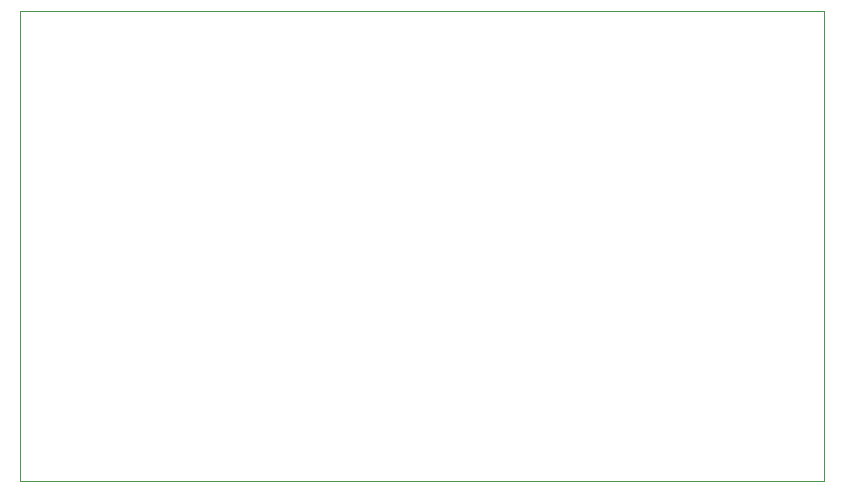
<source format=gbr>
%TF.GenerationSoftware,KiCad,Pcbnew,8.0.1*%
%TF.CreationDate,2024-04-16T20:26:48-05:00*%
%TF.ProjectId,PCB_Test_Jig,5043425f-5465-4737-945f-4a69672e6b69,rev?*%
%TF.SameCoordinates,Original*%
%TF.FileFunction,Profile,NP*%
%FSLAX46Y46*%
G04 Gerber Fmt 4.6, Leading zero omitted, Abs format (unit mm)*
G04 Created by KiCad (PCBNEW 8.0.1) date 2024-04-16 20:26:48*
%MOMM*%
%LPD*%
G01*
G04 APERTURE LIST*
%TA.AperFunction,Profile*%
%ADD10C,0.050000*%
%TD*%
G04 APERTURE END LIST*
D10*
X37250000Y-31000000D02*
X105250000Y-31000000D01*
X105250000Y-70750000D01*
X37250000Y-70750000D01*
X37250000Y-31000000D01*
M02*

</source>
